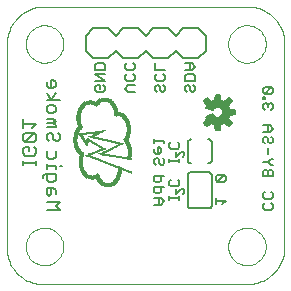
<source format=gbo>
G75*
G70*
%OFA0B0*%
%FSLAX24Y24*%
%IPPOS*%
%LPD*%
%AMOC8*
5,1,8,0,0,1.08239X$1,22.5*
%
%ADD10C,0.0060*%
%ADD11C,0.0000*%
%ADD12C,0.0080*%
%ADD13C,0.0050*%
%ADD14R,0.0005X0.0110*%
%ADD15R,0.0005X0.0210*%
%ADD16R,0.0005X0.0280*%
%ADD17R,0.0005X0.0325*%
%ADD18R,0.0005X0.0365*%
%ADD19R,0.0005X0.0410*%
%ADD20R,0.0005X0.0440*%
%ADD21R,0.0005X0.0470*%
%ADD22R,0.0005X0.0505*%
%ADD23R,0.0005X0.0530*%
%ADD24R,0.0005X0.0555*%
%ADD25R,0.0005X0.0580*%
%ADD26R,0.0005X0.0600*%
%ADD27R,0.0005X0.0625*%
%ADD28R,0.0005X0.0645*%
%ADD29R,0.0005X0.0665*%
%ADD30R,0.0005X0.0685*%
%ADD31R,0.0005X0.0705*%
%ADD32R,0.0005X0.0715*%
%ADD33R,0.0005X0.0735*%
%ADD34R,0.0005X0.0755*%
%ADD35R,0.0005X0.0090*%
%ADD36R,0.0005X0.0770*%
%ADD37R,0.0005X0.0190*%
%ADD38R,0.0005X0.0355*%
%ADD39R,0.0005X0.0360*%
%ADD40R,0.0005X0.0260*%
%ADD41R,0.0005X0.0315*%
%ADD42R,0.0005X0.0320*%
%ADD43R,0.0005X0.0295*%
%ADD44R,0.0005X0.0275*%
%ADD45R,0.0005X0.0400*%
%ADD46R,0.0005X0.0265*%
%ADD47R,0.0005X0.0435*%
%ADD48R,0.0005X0.0255*%
%ADD49R,0.0005X0.0465*%
%ADD50R,0.0005X0.0245*%
%ADD51R,0.0005X0.0495*%
%ADD52R,0.0005X0.0235*%
%ADD53R,0.0005X0.0525*%
%ADD54R,0.0005X0.0230*%
%ADD55R,0.0005X0.0240*%
%ADD56R,0.0005X0.0545*%
%ADD57R,0.0005X0.0820*%
%ADD58R,0.0005X0.0220*%
%ADD59R,0.0005X0.0025*%
%ADD60R,0.0005X0.0795*%
%ADD61R,0.0005X0.0215*%
%ADD62R,0.0005X0.0035*%
%ADD63R,0.0005X0.0040*%
%ADD64R,0.0005X0.0800*%
%ADD65R,0.0005X0.0205*%
%ADD66R,0.0005X0.0050*%
%ADD67R,0.0005X0.0805*%
%ADD68R,0.0005X0.0165*%
%ADD69R,0.0005X0.0055*%
%ADD70R,0.0005X0.0200*%
%ADD71R,0.0005X0.0060*%
%ADD72R,0.0005X0.0300*%
%ADD73R,0.0005X0.0195*%
%ADD74R,0.0005X0.0065*%
%ADD75R,0.0005X0.0345*%
%ADD76R,0.0005X0.0070*%
%ADD77R,0.0005X0.0385*%
%ADD78R,0.0005X0.0080*%
%ADD79R,0.0005X0.0425*%
%ADD80R,0.0005X0.0185*%
%ADD81R,0.0005X0.0085*%
%ADD82R,0.0005X0.0635*%
%ADD83R,0.0005X0.0810*%
%ADD84R,0.0005X0.0095*%
%ADD85R,0.0005X0.0335*%
%ADD86R,0.0005X0.0655*%
%ADD87R,0.0005X0.0105*%
%ADD88R,0.0005X0.0290*%
%ADD89R,0.0005X0.0660*%
%ADD90R,0.0005X0.0115*%
%ADD91R,0.0005X0.0285*%
%ADD92R,0.0005X0.0120*%
%ADD93R,0.0005X0.0270*%
%ADD94R,0.0005X0.0675*%
%ADD95R,0.0005X0.0130*%
%ADD96R,0.0005X0.0680*%
%ADD97R,0.0005X0.0135*%
%ADD98R,0.0005X0.0250*%
%ADD99R,0.0005X0.0140*%
%ADD100R,0.0005X0.0180*%
%ADD101R,0.0005X0.0695*%
%ADD102R,0.0005X0.0150*%
%ADD103R,0.0005X0.0160*%
%ADD104R,0.0005X0.0155*%
%ADD105R,0.0005X0.0145*%
%ADD106R,0.0005X0.0700*%
%ADD107R,0.0005X0.0225*%
%ADD108R,0.0005X0.0170*%
%ADD109R,0.0005X0.0100*%
%ADD110R,0.0005X0.0075*%
%ADD111R,0.0005X0.0720*%
%ADD112R,0.0005X0.0725*%
%ADD113R,0.0005X0.0340*%
%ADD114R,0.0005X0.0305*%
%ADD115R,0.0005X0.0175*%
%ADD116R,0.0005X0.0005*%
%ADD117R,0.0005X0.0010*%
%ADD118R,0.0005X0.0015*%
%ADD119R,0.0005X0.0020*%
%ADD120R,0.0005X0.0030*%
%ADD121R,0.0005X0.0125*%
%ADD122R,0.0005X0.0045*%
%ADD123R,0.0005X0.0370*%
%ADD124R,0.0005X0.0375*%
%ADD125R,0.0005X0.0350*%
%ADD126R,0.0005X0.0330*%
%ADD127R,0.0005X0.0485*%
%ADD128R,0.0005X0.0480*%
%ADD129R,0.0005X0.0460*%
%ADD130R,0.0005X0.0445*%
%ADD131R,0.0005X0.0310*%
%ADD132R,0.0005X0.0380*%
%ADD133R,0.0005X0.0415*%
%ADD134R,0.0005X0.0450*%
%ADD135R,0.0005X0.0490*%
%ADD136R,0.0005X0.0965*%
%ADD137R,0.0005X0.0975*%
%ADD138R,0.0005X0.0980*%
%ADD139R,0.0005X0.0990*%
%ADD140R,0.0005X0.1005*%
%ADD141R,0.0005X0.0615*%
%ADD142R,0.0005X0.0640*%
%ADD143R,0.0005X0.0605*%
%ADD144R,0.0005X0.0620*%
%ADD145R,0.0005X0.0590*%
%ADD146R,0.0005X0.0570*%
%ADD147R,0.0005X0.0540*%
%ADD148R,0.0005X0.0515*%
%ADD149R,0.0005X0.0565*%
%ADD150R,0.0005X0.0535*%
%ADD151R,0.0005X0.0395*%
%ADD152R,0.0005X0.0520*%
%ADD153R,0.0005X0.0500*%
%ADD154R,0.0005X0.0430*%
%ADD155C,0.0059*%
D10*
X005440Y003185D02*
X005667Y003185D01*
X005780Y003298D01*
X005667Y003412D01*
X005440Y003412D01*
X005497Y003553D02*
X005440Y003610D01*
X005440Y003780D01*
X005780Y003780D01*
X005940Y003847D02*
X005940Y003960D01*
X005997Y004017D01*
X005940Y003847D02*
X005997Y003790D01*
X006224Y003790D01*
X006280Y003847D01*
X006280Y003960D01*
X006224Y004017D01*
X006560Y004160D02*
X006560Y003160D01*
X006562Y003143D01*
X006566Y003126D01*
X006573Y003110D01*
X006583Y003096D01*
X006596Y003083D01*
X006610Y003073D01*
X006626Y003066D01*
X006643Y003062D01*
X006660Y003060D01*
X007260Y003060D01*
X007277Y003062D01*
X007294Y003066D01*
X007310Y003073D01*
X007324Y003083D01*
X007337Y003096D01*
X007347Y003110D01*
X007354Y003126D01*
X007358Y003143D01*
X007360Y003160D01*
X007360Y004160D01*
X007358Y004177D01*
X007354Y004194D01*
X007347Y004210D01*
X007337Y004224D01*
X007324Y004237D01*
X007310Y004247D01*
X007294Y004254D01*
X007277Y004258D01*
X007260Y004260D01*
X006660Y004260D01*
X006643Y004258D01*
X006626Y004254D01*
X006610Y004247D01*
X006596Y004237D01*
X006583Y004224D01*
X006573Y004210D01*
X006566Y004194D01*
X006562Y004177D01*
X006560Y004160D01*
X006280Y004590D02*
X006280Y004703D01*
X006280Y004647D02*
X005940Y004647D01*
X005940Y004703D02*
X005940Y004590D01*
X005780Y004565D02*
X005780Y004678D01*
X005724Y004735D01*
X005610Y004678D02*
X005610Y004565D01*
X005667Y004508D01*
X005724Y004508D01*
X005780Y004565D01*
X005610Y004678D02*
X005553Y004735D01*
X005497Y004735D01*
X005440Y004678D01*
X005440Y004565D01*
X005497Y004508D01*
X005440Y004149D02*
X005440Y003978D01*
X005497Y003922D01*
X005610Y003922D01*
X005667Y003978D01*
X005667Y004149D01*
X005780Y004149D02*
X005440Y004149D01*
X005667Y003780D02*
X005667Y003610D01*
X005610Y003553D01*
X005497Y003553D01*
X005610Y003412D02*
X005610Y003185D01*
X005940Y003340D02*
X005940Y003453D01*
X005940Y003397D02*
X006280Y003397D01*
X006280Y003453D02*
X006280Y003340D01*
X007490Y003303D02*
X007830Y003303D01*
X007717Y003190D01*
X007490Y003190D02*
X007490Y003417D01*
X007547Y003940D02*
X007490Y003997D01*
X007490Y004110D01*
X007547Y004167D01*
X007774Y004167D01*
X007547Y003940D01*
X007774Y003940D01*
X007830Y003997D01*
X007830Y004110D01*
X007774Y004167D01*
X009065Y004120D02*
X009065Y004290D01*
X009122Y004347D01*
X009178Y004347D01*
X009235Y004290D01*
X009235Y004120D01*
X009065Y004120D02*
X009405Y004120D01*
X009405Y004290D01*
X009349Y004347D01*
X009292Y004347D01*
X009235Y004290D01*
X009349Y004488D02*
X009235Y004602D01*
X009065Y004602D01*
X009235Y004602D02*
X009349Y004715D01*
X009405Y004715D01*
X009235Y004857D02*
X009235Y005083D01*
X009292Y005225D02*
X009235Y005282D01*
X009235Y005395D01*
X009178Y005452D01*
X009122Y005452D01*
X009065Y005395D01*
X009065Y005282D01*
X009122Y005225D01*
X009292Y005225D02*
X009349Y005225D01*
X009405Y005282D01*
X009405Y005395D01*
X009349Y005452D01*
X009292Y005593D02*
X009405Y005707D01*
X009292Y005820D01*
X009065Y005820D01*
X009235Y005820D02*
X009235Y005593D01*
X009292Y005593D02*
X009065Y005593D01*
X009122Y006330D02*
X009065Y006387D01*
X009065Y006500D01*
X009122Y006557D01*
X009178Y006557D01*
X009235Y006500D01*
X009235Y006443D01*
X009235Y006500D02*
X009292Y006557D01*
X009349Y006557D01*
X009405Y006500D01*
X009405Y006387D01*
X009349Y006330D01*
X009122Y006698D02*
X009065Y006698D01*
X009065Y006755D01*
X009122Y006755D01*
X009122Y006698D01*
X009122Y006882D02*
X009349Y007109D01*
X009122Y007109D01*
X009065Y007052D01*
X009065Y006939D01*
X009122Y006882D01*
X009349Y006882D01*
X009405Y006939D01*
X009405Y007052D01*
X009349Y007109D01*
X006805Y007105D02*
X006805Y006992D01*
X006749Y006935D01*
X006692Y006935D01*
X006635Y006992D01*
X006635Y007105D01*
X006578Y007162D01*
X006522Y007162D01*
X006465Y007105D01*
X006465Y006992D01*
X006522Y006935D01*
X006749Y007162D02*
X006805Y007105D01*
X006805Y007303D02*
X006805Y007474D01*
X006749Y007530D01*
X006522Y007530D01*
X006465Y007474D01*
X006465Y007303D01*
X006805Y007303D01*
X006692Y007672D02*
X006465Y007672D01*
X006635Y007672D02*
X006635Y007899D01*
X006692Y007899D02*
X006465Y007899D01*
X006692Y007899D02*
X006805Y007785D01*
X006692Y007672D01*
X005805Y007672D02*
X005465Y007672D01*
X005465Y007899D01*
X005522Y007530D02*
X005465Y007474D01*
X005465Y007360D01*
X005522Y007303D01*
X005749Y007303D01*
X005805Y007360D01*
X005805Y007474D01*
X005749Y007530D01*
X005749Y007162D02*
X005805Y007105D01*
X005805Y006992D01*
X005749Y006935D01*
X005692Y006935D01*
X005635Y006992D01*
X005635Y007105D01*
X005578Y007162D01*
X005522Y007162D01*
X005465Y007105D01*
X005465Y006992D01*
X005522Y006935D01*
X004805Y006935D02*
X004578Y006935D01*
X004465Y007048D01*
X004578Y007162D01*
X004805Y007162D01*
X004749Y007303D02*
X004522Y007303D01*
X004465Y007360D01*
X004465Y007474D01*
X004522Y007530D01*
X004522Y007672D02*
X004465Y007728D01*
X004465Y007842D01*
X004522Y007899D01*
X004522Y007672D02*
X004749Y007672D01*
X004805Y007728D01*
X004805Y007842D01*
X004749Y007899D01*
X004749Y007530D02*
X004805Y007474D01*
X004805Y007360D01*
X004749Y007303D01*
X003805Y007303D02*
X003465Y007530D01*
X003805Y007530D01*
X003805Y007672D02*
X003805Y007842D01*
X003749Y007899D01*
X003522Y007899D01*
X003465Y007842D01*
X003465Y007672D01*
X003805Y007672D01*
X003805Y007303D02*
X003465Y007303D01*
X003522Y007162D02*
X003635Y007162D01*
X003635Y007048D01*
X003522Y006935D02*
X003465Y006992D01*
X003465Y007105D01*
X003522Y007162D01*
X003749Y007162D02*
X003805Y007105D01*
X003805Y006992D01*
X003749Y006935D01*
X003522Y006935D01*
X005440Y005358D02*
X005440Y005244D01*
X005440Y005301D02*
X005780Y005301D01*
X005780Y005244D01*
X005940Y005210D02*
X005940Y005097D01*
X005997Y005040D01*
X006224Y005040D01*
X006280Y005097D01*
X006280Y005210D01*
X006224Y005267D01*
X005997Y005267D02*
X005940Y005210D01*
X005667Y005046D02*
X005667Y004933D01*
X005610Y004876D01*
X005497Y004876D01*
X005440Y004933D01*
X005440Y005046D01*
X005553Y005103D02*
X005553Y004876D01*
X005667Y005046D02*
X005610Y005103D01*
X005553Y005103D01*
X009065Y003553D02*
X009065Y003440D01*
X009122Y003383D01*
X009349Y003383D01*
X009405Y003440D01*
X009405Y003553D01*
X009349Y003610D01*
X009122Y003610D02*
X009065Y003553D01*
X009122Y003242D02*
X009065Y003185D01*
X009065Y003072D01*
X009122Y003015D01*
X009349Y003015D01*
X009405Y003072D01*
X009405Y003185D01*
X009349Y003242D01*
X009349Y004488D02*
X009405Y004488D01*
D11*
X001785Y000536D02*
X001719Y000534D01*
X001653Y000536D01*
X001587Y000542D01*
X001521Y000551D01*
X001456Y000564D01*
X001391Y000581D01*
X001328Y000601D01*
X001266Y000625D01*
X001206Y000652D01*
X001147Y000683D01*
X001089Y000717D01*
X001034Y000754D01*
X000981Y000794D01*
X000931Y000837D01*
X000882Y000882D01*
X000837Y000931D01*
X000794Y000981D01*
X000754Y001034D01*
X000717Y001089D01*
X000683Y001147D01*
X000652Y001206D01*
X000625Y001266D01*
X000601Y001328D01*
X000581Y001391D01*
X000564Y001456D01*
X000551Y001521D01*
X000542Y001587D01*
X000536Y001653D01*
X000534Y001719D01*
X000536Y001785D01*
X000535Y001785D02*
X000535Y008535D01*
X001160Y008535D02*
X001162Y008585D01*
X001168Y008634D01*
X001178Y008683D01*
X001191Y008730D01*
X001209Y008777D01*
X001230Y008822D01*
X001254Y008865D01*
X001282Y008906D01*
X001313Y008945D01*
X001347Y008981D01*
X001384Y009015D01*
X001424Y009045D01*
X001465Y009072D01*
X001509Y009096D01*
X001554Y009116D01*
X001601Y009132D01*
X001649Y009145D01*
X001698Y009154D01*
X001748Y009159D01*
X001797Y009160D01*
X001847Y009157D01*
X001896Y009150D01*
X001945Y009139D01*
X001992Y009125D01*
X002038Y009106D01*
X002083Y009084D01*
X002126Y009059D01*
X002166Y009030D01*
X002204Y008998D01*
X002240Y008964D01*
X002273Y008926D01*
X002302Y008886D01*
X002328Y008844D01*
X002351Y008800D01*
X002370Y008754D01*
X002386Y008707D01*
X002398Y008658D01*
X002406Y008609D01*
X002410Y008560D01*
X002410Y008510D01*
X002406Y008461D01*
X002398Y008412D01*
X002386Y008363D01*
X002370Y008316D01*
X002351Y008270D01*
X002328Y008226D01*
X002302Y008184D01*
X002273Y008144D01*
X002240Y008106D01*
X002204Y008072D01*
X002166Y008040D01*
X002126Y008011D01*
X002083Y007986D01*
X002038Y007964D01*
X001992Y007945D01*
X001945Y007931D01*
X001896Y007920D01*
X001847Y007913D01*
X001797Y007910D01*
X001748Y007911D01*
X001698Y007916D01*
X001649Y007925D01*
X001601Y007938D01*
X001554Y007954D01*
X001509Y007974D01*
X001465Y007998D01*
X001424Y008025D01*
X001384Y008055D01*
X001347Y008089D01*
X001313Y008125D01*
X001282Y008164D01*
X001254Y008205D01*
X001230Y008248D01*
X001209Y008293D01*
X001191Y008340D01*
X001178Y008387D01*
X001168Y008436D01*
X001162Y008485D01*
X001160Y008535D01*
X000535Y008535D02*
X000537Y008603D01*
X000542Y008670D01*
X000551Y008737D01*
X000564Y008804D01*
X000581Y008869D01*
X000600Y008934D01*
X000624Y008998D01*
X000651Y009060D01*
X000681Y009121D01*
X000714Y009179D01*
X000750Y009236D01*
X000790Y009291D01*
X000832Y009344D01*
X000878Y009395D01*
X000925Y009442D01*
X000976Y009488D01*
X001029Y009530D01*
X001084Y009570D01*
X001141Y009606D01*
X001199Y009639D01*
X001260Y009669D01*
X001322Y009696D01*
X001386Y009720D01*
X001451Y009739D01*
X001516Y009756D01*
X001583Y009769D01*
X001650Y009778D01*
X001717Y009783D01*
X001785Y009785D01*
X008535Y009785D01*
X008603Y009783D01*
X008670Y009778D01*
X008737Y009769D01*
X008804Y009756D01*
X008869Y009739D01*
X008934Y009720D01*
X008998Y009696D01*
X009060Y009669D01*
X009121Y009639D01*
X009179Y009606D01*
X009236Y009570D01*
X009291Y009530D01*
X009344Y009488D01*
X009395Y009442D01*
X009442Y009395D01*
X009488Y009344D01*
X009530Y009291D01*
X009570Y009236D01*
X009606Y009179D01*
X009639Y009121D01*
X009669Y009060D01*
X009696Y008998D01*
X009720Y008934D01*
X009739Y008869D01*
X009756Y008804D01*
X009769Y008737D01*
X009778Y008670D01*
X009783Y008603D01*
X009785Y008535D01*
X009785Y001785D01*
X009783Y001717D01*
X009778Y001650D01*
X009769Y001583D01*
X009756Y001516D01*
X009739Y001451D01*
X009720Y001386D01*
X009696Y001322D01*
X009669Y001260D01*
X009639Y001199D01*
X009606Y001141D01*
X009570Y001084D01*
X009530Y001029D01*
X009488Y000976D01*
X009442Y000925D01*
X009395Y000878D01*
X009344Y000832D01*
X009291Y000790D01*
X009236Y000750D01*
X009179Y000714D01*
X009121Y000681D01*
X009060Y000651D01*
X008998Y000624D01*
X008934Y000600D01*
X008869Y000581D01*
X008804Y000564D01*
X008737Y000551D01*
X008670Y000542D01*
X008603Y000537D01*
X008535Y000535D01*
X001785Y000535D01*
X001160Y001785D02*
X001162Y001835D01*
X001168Y001884D01*
X001178Y001933D01*
X001191Y001980D01*
X001209Y002027D01*
X001230Y002072D01*
X001254Y002115D01*
X001282Y002156D01*
X001313Y002195D01*
X001347Y002231D01*
X001384Y002265D01*
X001424Y002295D01*
X001465Y002322D01*
X001509Y002346D01*
X001554Y002366D01*
X001601Y002382D01*
X001649Y002395D01*
X001698Y002404D01*
X001748Y002409D01*
X001797Y002410D01*
X001847Y002407D01*
X001896Y002400D01*
X001945Y002389D01*
X001992Y002375D01*
X002038Y002356D01*
X002083Y002334D01*
X002126Y002309D01*
X002166Y002280D01*
X002204Y002248D01*
X002240Y002214D01*
X002273Y002176D01*
X002302Y002136D01*
X002328Y002094D01*
X002351Y002050D01*
X002370Y002004D01*
X002386Y001957D01*
X002398Y001908D01*
X002406Y001859D01*
X002410Y001810D01*
X002410Y001760D01*
X002406Y001711D01*
X002398Y001662D01*
X002386Y001613D01*
X002370Y001566D01*
X002351Y001520D01*
X002328Y001476D01*
X002302Y001434D01*
X002273Y001394D01*
X002240Y001356D01*
X002204Y001322D01*
X002166Y001290D01*
X002126Y001261D01*
X002083Y001236D01*
X002038Y001214D01*
X001992Y001195D01*
X001945Y001181D01*
X001896Y001170D01*
X001847Y001163D01*
X001797Y001160D01*
X001748Y001161D01*
X001698Y001166D01*
X001649Y001175D01*
X001601Y001188D01*
X001554Y001204D01*
X001509Y001224D01*
X001465Y001248D01*
X001424Y001275D01*
X001384Y001305D01*
X001347Y001339D01*
X001313Y001375D01*
X001282Y001414D01*
X001254Y001455D01*
X001230Y001498D01*
X001209Y001543D01*
X001191Y001590D01*
X001178Y001637D01*
X001168Y001686D01*
X001162Y001735D01*
X001160Y001785D01*
X007910Y001785D02*
X007912Y001835D01*
X007918Y001884D01*
X007928Y001933D01*
X007941Y001980D01*
X007959Y002027D01*
X007980Y002072D01*
X008004Y002115D01*
X008032Y002156D01*
X008063Y002195D01*
X008097Y002231D01*
X008134Y002265D01*
X008174Y002295D01*
X008215Y002322D01*
X008259Y002346D01*
X008304Y002366D01*
X008351Y002382D01*
X008399Y002395D01*
X008448Y002404D01*
X008498Y002409D01*
X008547Y002410D01*
X008597Y002407D01*
X008646Y002400D01*
X008695Y002389D01*
X008742Y002375D01*
X008788Y002356D01*
X008833Y002334D01*
X008876Y002309D01*
X008916Y002280D01*
X008954Y002248D01*
X008990Y002214D01*
X009023Y002176D01*
X009052Y002136D01*
X009078Y002094D01*
X009101Y002050D01*
X009120Y002004D01*
X009136Y001957D01*
X009148Y001908D01*
X009156Y001859D01*
X009160Y001810D01*
X009160Y001760D01*
X009156Y001711D01*
X009148Y001662D01*
X009136Y001613D01*
X009120Y001566D01*
X009101Y001520D01*
X009078Y001476D01*
X009052Y001434D01*
X009023Y001394D01*
X008990Y001356D01*
X008954Y001322D01*
X008916Y001290D01*
X008876Y001261D01*
X008833Y001236D01*
X008788Y001214D01*
X008742Y001195D01*
X008695Y001181D01*
X008646Y001170D01*
X008597Y001163D01*
X008547Y001160D01*
X008498Y001161D01*
X008448Y001166D01*
X008399Y001175D01*
X008351Y001188D01*
X008304Y001204D01*
X008259Y001224D01*
X008215Y001248D01*
X008174Y001275D01*
X008134Y001305D01*
X008097Y001339D01*
X008063Y001375D01*
X008032Y001414D01*
X008004Y001455D01*
X007980Y001498D01*
X007959Y001543D01*
X007941Y001590D01*
X007928Y001637D01*
X007918Y001686D01*
X007912Y001735D01*
X007910Y001785D01*
X007910Y008535D02*
X007912Y008585D01*
X007918Y008634D01*
X007928Y008683D01*
X007941Y008730D01*
X007959Y008777D01*
X007980Y008822D01*
X008004Y008865D01*
X008032Y008906D01*
X008063Y008945D01*
X008097Y008981D01*
X008134Y009015D01*
X008174Y009045D01*
X008215Y009072D01*
X008259Y009096D01*
X008304Y009116D01*
X008351Y009132D01*
X008399Y009145D01*
X008448Y009154D01*
X008498Y009159D01*
X008547Y009160D01*
X008597Y009157D01*
X008646Y009150D01*
X008695Y009139D01*
X008742Y009125D01*
X008788Y009106D01*
X008833Y009084D01*
X008876Y009059D01*
X008916Y009030D01*
X008954Y008998D01*
X008990Y008964D01*
X009023Y008926D01*
X009052Y008886D01*
X009078Y008844D01*
X009101Y008800D01*
X009120Y008754D01*
X009136Y008707D01*
X009148Y008658D01*
X009156Y008609D01*
X009160Y008560D01*
X009160Y008510D01*
X009156Y008461D01*
X009148Y008412D01*
X009136Y008363D01*
X009120Y008316D01*
X009101Y008270D01*
X009078Y008226D01*
X009052Y008184D01*
X009023Y008144D01*
X008990Y008106D01*
X008954Y008072D01*
X008916Y008040D01*
X008876Y008011D01*
X008833Y007986D01*
X008788Y007964D01*
X008742Y007945D01*
X008695Y007931D01*
X008646Y007920D01*
X008597Y007913D01*
X008547Y007910D01*
X008498Y007911D01*
X008448Y007916D01*
X008399Y007925D01*
X008351Y007938D01*
X008304Y007954D01*
X008259Y007974D01*
X008215Y007998D01*
X008174Y008025D01*
X008134Y008055D01*
X008097Y008089D01*
X008063Y008125D01*
X008032Y008164D01*
X008004Y008205D01*
X007980Y008248D01*
X007959Y008293D01*
X007941Y008340D01*
X007928Y008387D01*
X007918Y008436D01*
X007912Y008485D01*
X007910Y008535D01*
D12*
X007160Y008310D02*
X007160Y008810D01*
X006910Y009060D01*
X006410Y009060D01*
X006160Y008810D01*
X005910Y009060D01*
X005410Y009060D01*
X005160Y008810D01*
X004910Y009060D01*
X004410Y009060D01*
X004160Y008810D01*
X003910Y009060D01*
X003410Y009060D01*
X003160Y008810D01*
X003160Y008310D01*
X003410Y008060D01*
X003910Y008060D01*
X004160Y008310D01*
X004410Y008060D01*
X004910Y008060D01*
X005160Y008310D01*
X005410Y008060D01*
X005910Y008060D01*
X006160Y008310D01*
X006410Y008060D01*
X006910Y008060D01*
X007160Y008310D01*
X007354Y005275D02*
X007354Y004645D01*
X007353Y004645D02*
X007348Y004629D01*
X007340Y004613D01*
X007330Y004599D01*
X007318Y004587D01*
X007303Y004577D01*
X007287Y004570D01*
X007270Y004566D01*
X007253Y004565D01*
X007235Y004567D01*
X006685Y004567D02*
X006665Y004565D01*
X006646Y004567D01*
X006627Y004573D01*
X006610Y004582D01*
X006594Y004594D01*
X006582Y004609D01*
X006573Y004627D01*
X006567Y004645D01*
X006566Y004645D02*
X006566Y005275D01*
X006567Y005275D02*
X006573Y005293D01*
X006582Y005311D01*
X006594Y005326D01*
X006610Y005338D01*
X006627Y005347D01*
X006646Y005353D01*
X006665Y005355D01*
X006685Y005353D01*
X007235Y005353D02*
X007253Y005355D01*
X007270Y005354D01*
X007287Y005350D01*
X007303Y005343D01*
X007318Y005333D01*
X007330Y005321D01*
X007340Y005307D01*
X007348Y005291D01*
X007353Y005275D01*
X002365Y004453D02*
X002295Y004453D01*
X002155Y004453D02*
X002155Y004383D01*
X002155Y004453D02*
X001875Y004453D01*
X001875Y004383D02*
X001875Y004523D01*
X001945Y004690D02*
X001875Y004760D01*
X001875Y004970D01*
X002155Y004970D02*
X002155Y004760D01*
X002085Y004690D01*
X001945Y004690D01*
X001495Y004652D02*
X001495Y004512D01*
X001495Y004582D02*
X001075Y004582D01*
X001075Y004512D02*
X001075Y004652D01*
X001145Y004819D02*
X001075Y004889D01*
X001075Y005029D01*
X001145Y005099D01*
X001285Y005099D01*
X001285Y004959D01*
X001425Y005099D02*
X001495Y005029D01*
X001495Y004889D01*
X001425Y004819D01*
X001145Y004819D01*
X001145Y005279D02*
X001075Y005349D01*
X001075Y005489D01*
X001145Y005559D01*
X001425Y005559D01*
X001145Y005279D01*
X001425Y005279D01*
X001495Y005349D01*
X001495Y005489D01*
X001425Y005559D01*
X001355Y005740D02*
X001495Y005880D01*
X001075Y005880D01*
X001075Y005740D02*
X001075Y006020D01*
X001875Y006040D02*
X002085Y006040D01*
X002155Y005970D01*
X002085Y005900D01*
X001875Y005900D01*
X001875Y005760D02*
X002155Y005760D01*
X002155Y005830D01*
X002085Y005900D01*
X002085Y006221D02*
X001945Y006221D01*
X001875Y006291D01*
X001875Y006431D01*
X001945Y006501D01*
X002085Y006501D01*
X002155Y006431D01*
X002155Y006291D01*
X002085Y006221D01*
X002015Y006681D02*
X002155Y006891D01*
X002085Y007065D02*
X001945Y007065D01*
X001875Y007135D01*
X001875Y007275D01*
X002015Y007345D02*
X002015Y007065D01*
X002085Y007065D02*
X002155Y007135D01*
X002155Y007275D01*
X002085Y007345D01*
X002015Y007345D01*
X001875Y006891D02*
X002015Y006681D01*
X001875Y006681D02*
X002295Y006681D01*
X002225Y005580D02*
X002295Y005510D01*
X002295Y005370D01*
X002225Y005300D01*
X002155Y005300D01*
X002085Y005370D01*
X002085Y005510D01*
X002015Y005580D01*
X001945Y005580D01*
X001875Y005510D01*
X001875Y005370D01*
X001945Y005300D01*
X001875Y004203D02*
X001875Y003992D01*
X001945Y003922D01*
X002085Y003922D01*
X002155Y003992D01*
X002155Y004203D01*
X001805Y004203D01*
X001735Y004132D01*
X001735Y004062D01*
X001875Y003742D02*
X001875Y003532D01*
X001945Y003462D01*
X002015Y003532D01*
X002015Y003742D01*
X002085Y003742D02*
X002155Y003672D01*
X002155Y003532D01*
X002085Y003742D02*
X001875Y003742D01*
X001875Y003282D02*
X002295Y003282D01*
X002155Y003142D01*
X002295Y003001D01*
X001875Y003001D01*
D13*
X006185Y003535D02*
X006352Y003702D01*
X006394Y003702D01*
X006435Y003660D01*
X006435Y003577D01*
X006394Y003535D01*
X006185Y003535D02*
X006185Y003702D01*
X006185Y004785D02*
X006352Y004952D01*
X006394Y004952D01*
X006435Y004910D01*
X006435Y004827D01*
X006394Y004785D01*
X006185Y004785D02*
X006185Y004952D01*
D14*
X004306Y005199D03*
X004301Y005199D03*
X003741Y005044D03*
X003736Y005044D03*
X003761Y004884D03*
X003766Y004884D03*
X003291Y004824D03*
X003096Y004854D03*
X003196Y005229D03*
X003186Y005244D03*
X003181Y005249D03*
X003176Y005259D03*
X003171Y005264D03*
X003166Y005274D03*
X003161Y005279D03*
X003156Y005284D03*
X003151Y005294D03*
X003146Y005299D03*
X003136Y005314D03*
X003126Y005329D03*
X003121Y005334D03*
X003111Y005349D03*
X003081Y005394D03*
X003071Y005409D03*
X003066Y005414D03*
X003061Y005419D03*
X003051Y005434D03*
X002776Y005329D03*
X003426Y005449D03*
X003581Y005569D03*
X003586Y005569D03*
X003591Y005574D03*
X003596Y005574D03*
D15*
X002946Y004969D03*
X002781Y005329D03*
X003126Y004239D03*
X003646Y003984D03*
X003651Y003979D03*
X004191Y003979D03*
X004696Y004919D03*
X004501Y005329D03*
X004231Y006234D03*
X004081Y006519D03*
X003051Y006434D03*
D16*
X002901Y005604D03*
X002786Y005329D03*
X004211Y006269D03*
X004691Y004919D03*
X004241Y004074D03*
D17*
X004686Y004921D03*
X004531Y005341D03*
X002991Y006301D03*
X002791Y005331D03*
D18*
X002796Y005331D03*
X004166Y006326D03*
D19*
X002801Y005329D03*
X004296Y004234D03*
D20*
X004286Y004224D03*
X002806Y005329D03*
D21*
X002811Y005329D03*
X004271Y004214D03*
D22*
X004656Y004931D03*
X002816Y005331D03*
D23*
X002821Y005329D03*
D24*
X002826Y005331D03*
X004636Y004956D03*
D25*
X004621Y004974D03*
X002831Y005329D03*
D26*
X002836Y005329D03*
X004611Y004984D03*
D27*
X002841Y005331D03*
D28*
X002846Y005331D03*
X002991Y004686D03*
D29*
X003006Y004656D03*
X002851Y005331D03*
D30*
X002856Y005331D03*
X003021Y004631D03*
D31*
X003041Y004601D03*
X002861Y005331D03*
D32*
X002866Y005331D03*
X003046Y004596D03*
X003051Y004591D03*
D33*
X002871Y005331D03*
D34*
X002876Y005331D03*
D35*
X002986Y005514D03*
X003401Y005449D03*
X003631Y005584D03*
X003641Y005589D03*
X003646Y005589D03*
X003761Y005044D03*
X003736Y004879D03*
X003266Y004824D03*
X003101Y004859D03*
X002876Y006064D03*
X004331Y005204D03*
D36*
X002881Y005329D03*
D37*
X003211Y005249D03*
X002881Y006064D03*
X003536Y006539D03*
X003541Y006544D03*
X003551Y006549D03*
X003556Y006554D03*
X003561Y006559D03*
X003566Y006564D03*
X004041Y006569D03*
X004046Y006564D03*
X004051Y006559D03*
X004236Y006224D03*
X004456Y006099D03*
X004461Y006094D03*
X004466Y006089D03*
X003156Y004199D03*
X003161Y004194D03*
X003551Y004109D03*
X003676Y003949D03*
X003681Y003944D03*
X004161Y003944D03*
X004166Y003949D03*
D38*
X002886Y005116D03*
X002896Y006066D03*
X004176Y006311D03*
D39*
X004171Y006319D03*
X004141Y006369D03*
X004591Y005134D03*
X004316Y004254D03*
X004256Y004134D03*
X002886Y005544D03*
D40*
X002886Y006064D03*
X003011Y006364D03*
X004216Y006259D03*
X004536Y005979D03*
X004516Y005334D03*
X003086Y004309D03*
D41*
X002891Y005086D03*
X002891Y005576D03*
X004586Y005166D03*
D42*
X004196Y006289D03*
X004136Y006399D03*
X002891Y006064D03*
X004251Y004109D03*
D43*
X004246Y004091D03*
X002896Y005071D03*
X002896Y005591D03*
X004206Y006276D03*
X004131Y006416D03*
D44*
X003236Y005256D03*
X002901Y005056D03*
X003066Y004801D03*
X003081Y004326D03*
X004341Y004286D03*
D45*
X004301Y004239D03*
X002901Y006064D03*
D46*
X003001Y005801D03*
X002906Y005621D03*
X003226Y005266D03*
X002906Y005041D03*
X004236Y004061D03*
X004121Y006446D03*
D47*
X002906Y006066D03*
D48*
X002911Y005631D03*
X003221Y005266D03*
X002911Y005031D03*
X003091Y004301D03*
X004231Y004051D03*
X004116Y006456D03*
D49*
X002911Y006066D03*
X004671Y004906D03*
D50*
X003616Y004036D03*
X003591Y004071D03*
X003586Y004076D03*
X003096Y004291D03*
X002916Y005021D03*
X002916Y005641D03*
X004111Y006466D03*
X004526Y006001D03*
D51*
X002916Y006066D03*
D52*
X002921Y005651D03*
X002921Y005011D03*
X002961Y004606D03*
X003106Y004271D03*
X003576Y004086D03*
X003581Y004081D03*
X004216Y004021D03*
X004521Y006011D03*
X004101Y006486D03*
D53*
X002921Y006066D03*
D54*
X003026Y006394D03*
X003031Y006404D03*
X004096Y006494D03*
X004226Y006244D03*
X004516Y006019D03*
X002926Y005004D03*
X002931Y004994D03*
X003626Y004019D03*
X003631Y004009D03*
X004211Y004009D03*
D55*
X004221Y004029D03*
X003621Y004029D03*
X003101Y004279D03*
X003241Y005269D03*
X002926Y005659D03*
X003006Y005794D03*
X003021Y006384D03*
X004106Y006479D03*
X004511Y005334D03*
D56*
X004641Y004951D03*
X002926Y006066D03*
D57*
X002931Y005944D03*
D58*
X003041Y006419D03*
X004091Y006504D03*
X004506Y006034D03*
X004511Y006029D03*
X002936Y004984D03*
X003116Y004254D03*
X004201Y003994D03*
D59*
X003651Y004861D03*
X003646Y004861D03*
X003826Y005036D03*
X004416Y005216D03*
X004421Y005216D03*
X003801Y005636D03*
X003796Y005636D03*
X003301Y005436D03*
X003296Y005436D03*
X002936Y005541D03*
X003196Y004816D03*
D60*
X002936Y005966D03*
X002941Y005976D03*
D61*
X003011Y005786D03*
X003246Y005281D03*
X002941Y004976D03*
X003121Y004246D03*
X003566Y004096D03*
X003641Y003991D03*
X004196Y003986D03*
X004501Y006041D03*
X004086Y006511D03*
X003046Y006426D03*
D62*
X003766Y005626D03*
X003776Y005631D03*
X003781Y005631D03*
X003816Y005036D03*
X003821Y005036D03*
X003661Y004861D03*
X003111Y004861D03*
X002941Y005536D03*
X004401Y005211D03*
D63*
X004396Y005214D03*
X003811Y005039D03*
X003671Y004864D03*
X003666Y004864D03*
X003216Y004819D03*
X003211Y004819D03*
X003321Y005439D03*
X003326Y005439D03*
X003056Y005764D03*
X002946Y005534D03*
X003756Y005624D03*
X003761Y005624D03*
X003771Y005629D03*
D64*
X002961Y006014D03*
X002956Y006004D03*
X002946Y005984D03*
D65*
X003056Y006441D03*
X003061Y006446D03*
X004076Y006526D03*
X004491Y006056D03*
X004496Y006051D03*
X002956Y004956D03*
X002951Y004961D03*
X003131Y004231D03*
X003561Y004101D03*
X003656Y003971D03*
X004186Y003971D03*
D66*
X003686Y004869D03*
X003801Y005039D03*
X003231Y004819D03*
X003226Y004819D03*
X003221Y004819D03*
X002951Y005534D03*
X003736Y005619D03*
X003741Y005619D03*
X004381Y005209D03*
D67*
X002976Y006036D03*
X002971Y006031D03*
X002966Y006021D03*
X002951Y005996D03*
X002981Y006046D03*
D68*
X003141Y006526D03*
X003146Y006531D03*
X003151Y006531D03*
X003156Y006536D03*
X003481Y006541D03*
X003491Y006536D03*
X003496Y006531D03*
X003501Y006531D03*
X003511Y006526D03*
X003516Y006526D03*
X003636Y006626D03*
X003641Y006631D03*
X003651Y006636D03*
X003966Y006631D03*
X003976Y006626D03*
X003981Y006621D03*
X004241Y006211D03*
X004386Y006156D03*
X004391Y006151D03*
X004396Y006151D03*
X004401Y006146D03*
X004406Y006141D03*
X003036Y005481D03*
X002956Y004606D03*
X003221Y004141D03*
X003226Y004136D03*
X003231Y004136D03*
X003236Y004131D03*
X003246Y004126D03*
X003541Y004116D03*
X003736Y003891D03*
X003746Y003886D03*
X003751Y003881D03*
X003756Y003876D03*
X003766Y003871D03*
X004076Y003871D03*
X004086Y003876D03*
X004091Y003881D03*
X004096Y003886D03*
X004106Y003891D03*
D69*
X004416Y004746D03*
X004386Y004751D03*
X004446Y004741D03*
X004476Y004736D03*
X004501Y004731D03*
X004506Y004731D03*
X004531Y004726D03*
X004536Y004726D03*
X004561Y004721D03*
X004566Y004721D03*
X004686Y004701D03*
X004691Y004701D03*
X004376Y005211D03*
X003796Y005041D03*
X003691Y004866D03*
X003346Y005441D03*
X003341Y005441D03*
X002956Y005531D03*
X003716Y005611D03*
X003721Y005611D03*
X003726Y005616D03*
X003731Y005616D03*
D70*
X003016Y005784D03*
X003066Y006454D03*
X004066Y006539D03*
X004071Y006534D03*
X004486Y006064D03*
X004591Y004789D03*
X004356Y004319D03*
X004181Y003964D03*
X004176Y003959D03*
X003666Y003959D03*
X003661Y003964D03*
X003556Y004104D03*
X003141Y004219D03*
X003136Y004224D03*
X003076Y004829D03*
X002961Y004949D03*
D71*
X003236Y004819D03*
X003241Y004819D03*
X003346Y004779D03*
X003371Y004769D03*
X003396Y004759D03*
X003421Y004749D03*
X003486Y004724D03*
X003511Y004714D03*
X003536Y004704D03*
X003561Y004694D03*
X003626Y004669D03*
X003651Y004659D03*
X003676Y004649D03*
X003701Y004639D03*
X003766Y004614D03*
X003791Y004604D03*
X003816Y004594D03*
X003841Y004584D03*
X003931Y004549D03*
X003956Y004539D03*
X003981Y004529D03*
X004006Y004519D03*
X004071Y004494D03*
X004096Y004484D03*
X004121Y004474D03*
X004146Y004464D03*
X004171Y004454D03*
X004196Y004444D03*
X004211Y004439D03*
X004236Y004429D03*
X004421Y004744D03*
X004426Y004744D03*
X004431Y004744D03*
X004436Y004744D03*
X004441Y004744D03*
X004451Y004739D03*
X004456Y004739D03*
X004461Y004739D03*
X004466Y004739D03*
X004471Y004739D03*
X004481Y004734D03*
X004486Y004734D03*
X004491Y004734D03*
X004496Y004734D03*
X004511Y004729D03*
X004516Y004729D03*
X004521Y004729D03*
X004526Y004729D03*
X004541Y004724D03*
X004546Y004724D03*
X004551Y004724D03*
X004556Y004724D03*
X004696Y004699D03*
X004701Y004699D03*
X004411Y004749D03*
X004406Y004749D03*
X004401Y004749D03*
X004396Y004749D03*
X004391Y004749D03*
X004381Y004754D03*
X004376Y004754D03*
X004371Y004754D03*
X004366Y004754D03*
X004361Y004754D03*
X004356Y004759D03*
X004351Y004759D03*
X004346Y004759D03*
X004341Y004759D03*
X004336Y004759D03*
X004331Y004759D03*
X004326Y004764D03*
X004321Y004764D03*
X004316Y004764D03*
X004311Y004764D03*
X004306Y004764D03*
X004301Y004764D03*
X004296Y004769D03*
X004291Y004769D03*
X004286Y004769D03*
X004281Y004769D03*
X004276Y004769D03*
X004271Y004769D03*
X004261Y004774D03*
X004256Y004774D03*
X004251Y004774D03*
X004246Y004774D03*
X004241Y004774D03*
X004231Y004779D03*
X004226Y004779D03*
X004221Y004779D03*
X004216Y004779D03*
X004206Y004784D03*
X004201Y004784D03*
X004196Y004784D03*
X004191Y004784D03*
X004186Y004784D03*
X004176Y004789D03*
X004171Y004789D03*
X004166Y004789D03*
X004161Y004789D03*
X004156Y004789D03*
X004146Y004794D03*
X004141Y004794D03*
X004136Y004794D03*
X004131Y004794D03*
X004126Y004794D03*
X004116Y004799D03*
X004111Y004799D03*
X004106Y004799D03*
X004101Y004799D03*
X004091Y004804D03*
X004086Y004804D03*
X004081Y004804D03*
X004076Y004804D03*
X004071Y004804D03*
X004061Y004809D03*
X004056Y004809D03*
X004051Y004809D03*
X004046Y004809D03*
X004041Y004809D03*
X004031Y004814D03*
X004026Y004814D03*
X004021Y004814D03*
X004016Y004814D03*
X004011Y004814D03*
X004001Y004819D03*
X003996Y004819D03*
X003991Y004819D03*
X003986Y004819D03*
X003981Y004819D03*
X003971Y004824D03*
X003966Y004824D03*
X003961Y004824D03*
X003956Y004824D03*
X003946Y004829D03*
X003941Y004829D03*
X003936Y004829D03*
X003931Y004829D03*
X003926Y004829D03*
X003916Y004834D03*
X003911Y004834D03*
X003906Y004834D03*
X003901Y004834D03*
X003896Y004834D03*
X003886Y004839D03*
X003881Y004839D03*
X003876Y004839D03*
X003871Y004839D03*
X003866Y004839D03*
X003856Y004844D03*
X003851Y004844D03*
X003846Y004844D03*
X003841Y004844D03*
X003831Y004849D03*
X003826Y004849D03*
X003821Y004849D03*
X003816Y004849D03*
X003811Y004849D03*
X003696Y004869D03*
X003656Y004989D03*
X003631Y004979D03*
X003606Y004969D03*
X003681Y004999D03*
X003791Y005039D03*
X003866Y005324D03*
X003846Y005329D03*
X003826Y005334D03*
X003801Y005339D03*
X003781Y005344D03*
X003761Y005349D03*
X003736Y005354D03*
X003716Y005359D03*
X003696Y005364D03*
X003671Y005369D03*
X003651Y005374D03*
X003631Y005379D03*
X003606Y005384D03*
X003586Y005389D03*
X003566Y005394D03*
X003541Y005399D03*
X003526Y005404D03*
X003521Y005404D03*
X003511Y005409D03*
X003506Y005409D03*
X003501Y005409D03*
X003486Y005414D03*
X003481Y005414D03*
X003476Y005414D03*
X003466Y005419D03*
X003461Y005419D03*
X003356Y005444D03*
X003351Y005444D03*
X003316Y005564D03*
X003311Y005564D03*
X003306Y005564D03*
X003301Y005564D03*
X003291Y005559D03*
X003286Y005559D03*
X003281Y005559D03*
X003276Y005559D03*
X003271Y005559D03*
X003266Y005559D03*
X003261Y005559D03*
X003256Y005559D03*
X003251Y005559D03*
X003246Y005554D03*
X003241Y005554D03*
X003236Y005554D03*
X003231Y005554D03*
X003226Y005554D03*
X003221Y005554D03*
X003216Y005554D03*
X003211Y005554D03*
X003206Y005554D03*
X003201Y005554D03*
X003196Y005549D03*
X003191Y005549D03*
X003186Y005549D03*
X003181Y005549D03*
X003176Y005549D03*
X003171Y005549D03*
X003166Y005549D03*
X003161Y005549D03*
X003156Y005549D03*
X003151Y005549D03*
X003146Y005544D03*
X003141Y005544D03*
X003136Y005544D03*
X003131Y005544D03*
X003126Y005544D03*
X003121Y005544D03*
X003116Y005544D03*
X003111Y005544D03*
X003106Y005544D03*
X003101Y005544D03*
X003096Y005539D03*
X003091Y005539D03*
X003086Y005539D03*
X003081Y005539D03*
X003076Y005539D03*
X003071Y005539D03*
X003066Y005539D03*
X003061Y005539D03*
X003056Y005539D03*
X003051Y005539D03*
X003046Y005534D03*
X002961Y005529D03*
X003351Y005569D03*
X003356Y005569D03*
X003361Y005569D03*
X003401Y005574D03*
X003406Y005574D03*
X003431Y005579D03*
X003436Y005579D03*
X003441Y005579D03*
X003446Y005579D03*
X003451Y005579D03*
X003461Y005584D03*
X003466Y005584D03*
X003471Y005584D03*
X003476Y005584D03*
X003481Y005584D03*
X003486Y005584D03*
X003491Y005584D03*
X003496Y005584D03*
X003506Y005589D03*
X003511Y005589D03*
X003516Y005589D03*
X003521Y005589D03*
X003526Y005589D03*
X003531Y005589D03*
X003706Y005609D03*
X003711Y005609D03*
X003891Y005319D03*
X003911Y005314D03*
X003931Y005309D03*
X003956Y005304D03*
X003976Y005299D03*
X003996Y005294D03*
X004021Y005289D03*
X004041Y005284D03*
X004061Y005279D03*
X004086Y005274D03*
X004106Y005269D03*
X004126Y005264D03*
X004151Y005259D03*
X004171Y005254D03*
X004191Y005249D03*
X004211Y005244D03*
X004216Y005244D03*
X004236Y005239D03*
X004256Y005234D03*
X004366Y005209D03*
X004371Y005209D03*
D72*
X004526Y005339D03*
X004656Y005684D03*
X002996Y006324D03*
X002966Y004604D03*
D73*
X002976Y004931D03*
X002971Y004936D03*
X002966Y004941D03*
X003146Y004211D03*
X003151Y004206D03*
X003671Y003951D03*
X004171Y003956D03*
X004481Y006071D03*
X004476Y006076D03*
X004471Y006081D03*
X004061Y006546D03*
X004056Y006551D03*
X003081Y006471D03*
X003076Y006466D03*
X003071Y006461D03*
D74*
X003411Y005576D03*
X003416Y005576D03*
X003421Y005576D03*
X003426Y005576D03*
X003396Y005571D03*
X003391Y005571D03*
X003386Y005571D03*
X003381Y005571D03*
X003376Y005571D03*
X003371Y005571D03*
X003366Y005571D03*
X003346Y005566D03*
X003341Y005566D03*
X003336Y005566D03*
X003331Y005566D03*
X003326Y005566D03*
X003321Y005566D03*
X003296Y005561D03*
X003361Y005441D03*
X003461Y005486D03*
X003471Y005491D03*
X003481Y005496D03*
X003491Y005501D03*
X003501Y005506D03*
X003511Y005511D03*
X003521Y005516D03*
X003531Y005521D03*
X003501Y005586D03*
X003456Y005581D03*
X003471Y005416D03*
X003491Y005411D03*
X003496Y005411D03*
X003516Y005406D03*
X003531Y005401D03*
X003536Y005401D03*
X003546Y005396D03*
X003551Y005396D03*
X003556Y005396D03*
X003561Y005396D03*
X003571Y005391D03*
X003576Y005391D03*
X003581Y005391D03*
X003591Y005386D03*
X003596Y005386D03*
X003601Y005386D03*
X003611Y005381D03*
X003616Y005381D03*
X003621Y005381D03*
X003626Y005381D03*
X003636Y005376D03*
X003641Y005376D03*
X003646Y005376D03*
X003656Y005371D03*
X003661Y005371D03*
X003666Y005371D03*
X003676Y005366D03*
X003681Y005366D03*
X003686Y005366D03*
X003691Y005366D03*
X003701Y005361D03*
X003706Y005361D03*
X003711Y005361D03*
X003721Y005356D03*
X003726Y005356D03*
X003731Y005356D03*
X003741Y005351D03*
X003746Y005351D03*
X003751Y005351D03*
X003756Y005351D03*
X003766Y005346D03*
X003771Y005346D03*
X003776Y005346D03*
X003786Y005341D03*
X003791Y005341D03*
X003796Y005341D03*
X003806Y005336D03*
X003811Y005336D03*
X003816Y005336D03*
X003821Y005336D03*
X003831Y005331D03*
X003836Y005331D03*
X003841Y005331D03*
X003851Y005326D03*
X003856Y005326D03*
X003861Y005326D03*
X003871Y005321D03*
X003876Y005321D03*
X003881Y005321D03*
X003886Y005321D03*
X003896Y005316D03*
X003901Y005316D03*
X003906Y005316D03*
X003916Y005311D03*
X003921Y005311D03*
X003926Y005311D03*
X003936Y005306D03*
X003941Y005306D03*
X003946Y005306D03*
X003951Y005306D03*
X003961Y005301D03*
X003966Y005301D03*
X003971Y005301D03*
X003981Y005296D03*
X003986Y005296D03*
X003991Y005296D03*
X004001Y005291D03*
X004006Y005291D03*
X004011Y005291D03*
X004016Y005291D03*
X004026Y005286D03*
X004031Y005286D03*
X004036Y005286D03*
X004046Y005281D03*
X004051Y005281D03*
X004056Y005281D03*
X004066Y005276D03*
X004071Y005276D03*
X004076Y005276D03*
X004081Y005276D03*
X004091Y005271D03*
X004096Y005271D03*
X004101Y005271D03*
X004111Y005266D03*
X004116Y005266D03*
X004121Y005266D03*
X004131Y005261D03*
X004136Y005261D03*
X004141Y005261D03*
X004146Y005261D03*
X004156Y005256D03*
X004161Y005256D03*
X004166Y005256D03*
X004176Y005251D03*
X004181Y005251D03*
X004186Y005251D03*
X004196Y005246D03*
X004201Y005246D03*
X004206Y005246D03*
X004221Y005241D03*
X004226Y005241D03*
X004231Y005241D03*
X004241Y005236D03*
X004246Y005236D03*
X004251Y005236D03*
X004261Y005231D03*
X004266Y005231D03*
X004271Y005231D03*
X004271Y005161D03*
X004261Y005156D03*
X004251Y005151D03*
X004241Y005146D03*
X004231Y005141D03*
X004221Y005136D03*
X004211Y005131D03*
X004201Y005126D03*
X004191Y005121D03*
X004181Y005116D03*
X004171Y005111D03*
X004161Y005106D03*
X004151Y005101D03*
X004141Y005096D03*
X004131Y005091D03*
X004121Y005086D03*
X004111Y005081D03*
X004101Y005076D03*
X004091Y005071D03*
X004081Y005066D03*
X004071Y005061D03*
X004066Y005056D03*
X004061Y005056D03*
X004056Y005051D03*
X004051Y005051D03*
X004046Y005046D03*
X004041Y005046D03*
X004036Y005041D03*
X004031Y005041D03*
X004026Y005036D03*
X004016Y005031D03*
X004006Y005026D03*
X003996Y005021D03*
X003986Y005016D03*
X003976Y005011D03*
X003966Y005006D03*
X003956Y005001D03*
X003946Y004996D03*
X003936Y004991D03*
X003786Y005041D03*
X003706Y005006D03*
X003701Y005006D03*
X003696Y005006D03*
X003691Y005001D03*
X003686Y005001D03*
X003676Y004996D03*
X003671Y004996D03*
X003666Y004991D03*
X003661Y004991D03*
X003651Y004986D03*
X003646Y004986D03*
X003641Y004981D03*
X003636Y004981D03*
X003626Y004976D03*
X003621Y004976D03*
X003616Y004971D03*
X003611Y004971D03*
X003601Y004966D03*
X003596Y004966D03*
X003591Y004961D03*
X003586Y004961D03*
X003581Y004961D03*
X003576Y004956D03*
X003571Y004956D03*
X003566Y004951D03*
X003561Y004951D03*
X003556Y004951D03*
X003546Y004946D03*
X003536Y004941D03*
X003531Y004941D03*
X003521Y004936D03*
X003511Y004931D03*
X003506Y004931D03*
X003496Y004926D03*
X003486Y004921D03*
X003476Y004916D03*
X003471Y004916D03*
X003461Y004911D03*
X003451Y004906D03*
X003446Y004906D03*
X003436Y004901D03*
X003426Y004896D03*
X003421Y004896D03*
X003411Y004891D03*
X003401Y004886D03*
X003386Y004881D03*
X003376Y004876D03*
X003351Y004866D03*
X003331Y004786D03*
X003336Y004781D03*
X003341Y004781D03*
X003351Y004776D03*
X003356Y004776D03*
X003361Y004771D03*
X003366Y004771D03*
X003376Y004766D03*
X003381Y004766D03*
X003386Y004761D03*
X003391Y004761D03*
X003401Y004756D03*
X003406Y004756D03*
X003411Y004751D03*
X003416Y004751D03*
X003426Y004746D03*
X003431Y004746D03*
X003436Y004741D03*
X003441Y004741D03*
X003446Y004741D03*
X003451Y004736D03*
X003456Y004736D03*
X003461Y004731D03*
X003466Y004731D03*
X003471Y004731D03*
X003476Y004726D03*
X003481Y004726D03*
X003491Y004721D03*
X003496Y004721D03*
X003501Y004716D03*
X003506Y004716D03*
X003516Y004711D03*
X003521Y004711D03*
X003526Y004706D03*
X003531Y004706D03*
X003541Y004701D03*
X003546Y004701D03*
X003551Y004696D03*
X003556Y004696D03*
X003566Y004691D03*
X003571Y004691D03*
X003576Y004686D03*
X003581Y004686D03*
X003586Y004686D03*
X003591Y004681D03*
X003596Y004681D03*
X003601Y004676D03*
X003606Y004676D03*
X003611Y004676D03*
X003616Y004671D03*
X003621Y004671D03*
X003631Y004666D03*
X003636Y004666D03*
X003641Y004661D03*
X003646Y004661D03*
X003656Y004656D03*
X003661Y004656D03*
X003666Y004651D03*
X003671Y004651D03*
X003681Y004646D03*
X003686Y004646D03*
X003691Y004641D03*
X003696Y004641D03*
X003706Y004636D03*
X003711Y004636D03*
X003716Y004631D03*
X003721Y004631D03*
X003726Y004631D03*
X003731Y004626D03*
X003736Y004626D03*
X003741Y004621D03*
X003746Y004621D03*
X003751Y004621D03*
X003756Y004616D03*
X003761Y004616D03*
X003771Y004611D03*
X003776Y004611D03*
X003781Y004606D03*
X003786Y004606D03*
X003796Y004601D03*
X003801Y004601D03*
X003806Y004596D03*
X003811Y004596D03*
X003821Y004591D03*
X003826Y004591D03*
X003831Y004586D03*
X003836Y004586D03*
X003846Y004581D03*
X003851Y004581D03*
X003856Y004576D03*
X003861Y004576D03*
X003866Y004576D03*
X003871Y004571D03*
X003876Y004571D03*
X003881Y004566D03*
X003886Y004566D03*
X003891Y004566D03*
X003896Y004561D03*
X003901Y004561D03*
X003906Y004556D03*
X003911Y004556D03*
X003916Y004556D03*
X003921Y004551D03*
X003926Y004551D03*
X003936Y004546D03*
X003941Y004546D03*
X003946Y004541D03*
X003951Y004541D03*
X003961Y004536D03*
X003966Y004536D03*
X003971Y004531D03*
X003976Y004531D03*
X003986Y004526D03*
X003991Y004526D03*
X003996Y004521D03*
X004001Y004521D03*
X004011Y004516D03*
X004016Y004516D03*
X004021Y004511D03*
X004026Y004511D03*
X004031Y004511D03*
X004036Y004506D03*
X004041Y004506D03*
X004046Y004501D03*
X004051Y004501D03*
X004056Y004501D03*
X004061Y004496D03*
X004066Y004496D03*
X004076Y004491D03*
X004081Y004491D03*
X004086Y004486D03*
X004091Y004486D03*
X004101Y004481D03*
X004106Y004481D03*
X004111Y004476D03*
X004116Y004476D03*
X004126Y004471D03*
X004131Y004471D03*
X004136Y004466D03*
X004141Y004466D03*
X004151Y004461D03*
X004156Y004461D03*
X004161Y004456D03*
X004166Y004456D03*
X004176Y004451D03*
X004181Y004451D03*
X004186Y004446D03*
X004191Y004446D03*
X004201Y004441D03*
X004206Y004441D03*
X004216Y004436D03*
X004221Y004436D03*
X004226Y004431D03*
X004231Y004431D03*
X004241Y004426D03*
X004246Y004426D03*
X004251Y004421D03*
X004371Y004376D03*
X004376Y004376D03*
X004386Y004371D03*
X004401Y004366D03*
X004411Y004361D03*
X004426Y004356D03*
X004436Y004351D03*
X004451Y004346D03*
X004476Y004336D03*
X004501Y004326D03*
X004516Y004321D03*
X004526Y004316D03*
X004541Y004311D03*
X004551Y004306D03*
X004566Y004301D03*
X004576Y004296D03*
X004591Y004291D03*
X004601Y004286D03*
X004616Y004281D03*
X004626Y004276D03*
X004641Y004271D03*
X004651Y004266D03*
X004656Y004266D03*
X004666Y004261D03*
X004676Y004256D03*
X004681Y004256D03*
X004686Y004256D03*
X004691Y004251D03*
X004696Y004251D03*
X004701Y004246D03*
X004266Y004771D03*
X004236Y004776D03*
X004211Y004781D03*
X004181Y004786D03*
X004151Y004791D03*
X004121Y004796D03*
X004096Y004801D03*
X004066Y004806D03*
X004036Y004811D03*
X004006Y004816D03*
X003976Y004821D03*
X003951Y004826D03*
X003921Y004831D03*
X003891Y004836D03*
X003861Y004841D03*
X003836Y004846D03*
X003806Y004851D03*
X003701Y004871D03*
X003106Y004856D03*
X002966Y005526D03*
X003696Y005606D03*
X003701Y005606D03*
X004356Y005206D03*
X004361Y005206D03*
X004456Y005321D03*
D75*
X002971Y004606D03*
D76*
X003246Y004819D03*
X003251Y004819D03*
X003331Y004859D03*
X003336Y004859D03*
X003341Y004864D03*
X003346Y004864D03*
X003356Y004869D03*
X003361Y004869D03*
X003366Y004874D03*
X003371Y004874D03*
X003381Y004879D03*
X003391Y004884D03*
X003396Y004884D03*
X003406Y004889D03*
X003416Y004894D03*
X003431Y004899D03*
X003441Y004904D03*
X003456Y004909D03*
X003466Y004914D03*
X003481Y004919D03*
X003491Y004924D03*
X003501Y004929D03*
X003516Y004934D03*
X003526Y004939D03*
X003541Y004944D03*
X003551Y004949D03*
X003706Y004874D03*
X003711Y004874D03*
X003806Y004924D03*
X003816Y004929D03*
X003826Y004934D03*
X003831Y004939D03*
X003836Y004939D03*
X003841Y004944D03*
X003846Y004944D03*
X003851Y004949D03*
X003856Y004949D03*
X003861Y004954D03*
X003866Y004954D03*
X003871Y004959D03*
X003876Y004959D03*
X003881Y004964D03*
X003886Y004964D03*
X003891Y004969D03*
X003896Y004969D03*
X003901Y004974D03*
X003906Y004974D03*
X003911Y004979D03*
X003916Y004979D03*
X003921Y004984D03*
X003926Y004984D03*
X003931Y004989D03*
X003941Y004994D03*
X003951Y004999D03*
X003961Y005004D03*
X003971Y005009D03*
X003981Y005014D03*
X003991Y005019D03*
X004001Y005024D03*
X004011Y005029D03*
X004021Y005034D03*
X004076Y005064D03*
X004086Y005069D03*
X004096Y005074D03*
X004106Y005079D03*
X004116Y005084D03*
X004126Y005089D03*
X004136Y005094D03*
X004146Y005099D03*
X004156Y005104D03*
X004166Y005109D03*
X004176Y005114D03*
X004186Y005119D03*
X004196Y005124D03*
X004206Y005129D03*
X004216Y005134D03*
X004226Y005139D03*
X004236Y005144D03*
X004246Y005149D03*
X004256Y005154D03*
X004266Y005159D03*
X003781Y005039D03*
X003666Y005104D03*
X003641Y005119D03*
X003616Y005134D03*
X003606Y005139D03*
X003591Y005149D03*
X003581Y005154D03*
X003571Y005159D03*
X003566Y005164D03*
X003556Y005169D03*
X003546Y005174D03*
X003541Y005179D03*
X003531Y005184D03*
X003521Y005189D03*
X003511Y005194D03*
X003506Y005199D03*
X003501Y005199D03*
X003496Y005204D03*
X003491Y005204D03*
X003486Y005209D03*
X003481Y005214D03*
X003476Y005214D03*
X003471Y005219D03*
X003466Y005219D03*
X003461Y005224D03*
X003456Y005229D03*
X003451Y005229D03*
X003446Y005234D03*
X003441Y005234D03*
X003436Y005239D03*
X003431Y005244D03*
X003426Y005244D03*
X003421Y005249D03*
X003416Y005249D03*
X003411Y005254D03*
X003406Y005259D03*
X003401Y005259D03*
X003396Y005264D03*
X003391Y005264D03*
X003386Y005269D03*
X003381Y005274D03*
X003376Y005274D03*
X003371Y005279D03*
X003366Y005279D03*
X003361Y005284D03*
X003356Y005289D03*
X003351Y005289D03*
X003346Y005294D03*
X003341Y005294D03*
X003336Y005299D03*
X003331Y005304D03*
X003326Y005304D03*
X003321Y005309D03*
X003316Y005309D03*
X003311Y005314D03*
X003306Y005319D03*
X003301Y005319D03*
X003296Y005324D03*
X003291Y005324D03*
X003286Y005329D03*
X003281Y005334D03*
X003276Y005334D03*
X003271Y005339D03*
X003366Y005444D03*
X003371Y005444D03*
X003466Y005489D03*
X003476Y005494D03*
X003486Y005499D03*
X003496Y005504D03*
X003506Y005509D03*
X003516Y005514D03*
X003526Y005519D03*
X003691Y005604D03*
X002971Y005524D03*
X004381Y004374D03*
X004391Y004369D03*
X004396Y004369D03*
X004406Y004364D03*
X004416Y004359D03*
X004421Y004359D03*
X004431Y004354D03*
X004441Y004349D03*
X004446Y004349D03*
X004456Y004344D03*
X004461Y004344D03*
X004466Y004339D03*
X004471Y004339D03*
X004481Y004334D03*
X004486Y004334D03*
X004491Y004329D03*
X004496Y004329D03*
X004506Y004324D03*
X004511Y004324D03*
X004521Y004319D03*
X004531Y004314D03*
X004536Y004314D03*
X004546Y004309D03*
X004556Y004304D03*
X004561Y004304D03*
X004571Y004299D03*
X004581Y004294D03*
X004586Y004294D03*
X004596Y004289D03*
X004606Y004284D03*
X004611Y004284D03*
X004621Y004279D03*
X004631Y004274D03*
X004636Y004274D03*
X004646Y004269D03*
X004661Y004264D03*
X004671Y004259D03*
D77*
X004306Y004241D03*
X002976Y004606D03*
D78*
X003261Y004819D03*
X003716Y004874D03*
X003721Y004874D03*
X003266Y005334D03*
X002976Y005519D03*
X003661Y005594D03*
X003666Y005594D03*
X004341Y005204D03*
X004346Y005204D03*
D79*
X004641Y005686D03*
X004291Y004231D03*
X002981Y004606D03*
D80*
X002981Y004926D03*
X003166Y004191D03*
X003171Y004186D03*
X003686Y003936D03*
X003691Y003931D03*
X003696Y003926D03*
X004146Y003926D03*
X004151Y003931D03*
X004156Y003936D03*
X004496Y005326D03*
X004036Y006576D03*
X004031Y006581D03*
X003586Y006586D03*
X003581Y006581D03*
X003576Y006576D03*
X003571Y006571D03*
X003546Y006546D03*
X003531Y006536D03*
X003096Y006486D03*
X003091Y006481D03*
X003086Y006476D03*
D81*
X003651Y005591D03*
X003656Y005591D03*
X003396Y005446D03*
X003391Y005446D03*
X003386Y005446D03*
X002981Y005516D03*
X003766Y005041D03*
X003731Y004876D03*
X003726Y004876D03*
X004336Y005201D03*
X004461Y005321D03*
D82*
X002986Y004696D03*
D83*
X002986Y006054D03*
D84*
X002991Y005511D03*
X003406Y005446D03*
X003621Y005581D03*
X003626Y005581D03*
X003636Y005586D03*
X003756Y005041D03*
X003741Y004881D03*
X003271Y004821D03*
X004321Y005201D03*
X004326Y005201D03*
X004576Y004736D03*
D85*
X004186Y006301D03*
X002991Y005821D03*
D86*
X002996Y004671D03*
D87*
X003286Y004821D03*
X003751Y004881D03*
X003756Y004881D03*
X004311Y005201D03*
X004316Y005201D03*
X004701Y004921D03*
X004366Y004361D03*
X003421Y005451D03*
X003601Y005576D03*
X003606Y005576D03*
X003141Y005306D03*
X003131Y005321D03*
X003116Y005341D03*
X003106Y005356D03*
X003101Y005361D03*
X003096Y005371D03*
X003056Y005426D03*
X003046Y005441D03*
X002996Y005506D03*
D88*
X002996Y005809D03*
X003076Y004339D03*
X004336Y004279D03*
D89*
X003001Y004664D03*
X004596Y005684D03*
D90*
X003771Y004886D03*
X003296Y004821D03*
X003191Y005236D03*
X003261Y005321D03*
X003091Y005381D03*
X003086Y005386D03*
X003076Y005401D03*
X003001Y005506D03*
X003041Y005766D03*
X003431Y005451D03*
X003436Y005451D03*
X003441Y005451D03*
X003571Y005566D03*
X003576Y005566D03*
D91*
X003001Y006336D03*
X004126Y006431D03*
X004546Y005951D03*
X004521Y005336D03*
D92*
X004471Y005324D03*
X004296Y005199D03*
X004291Y005199D03*
X004581Y004749D03*
X003776Y004884D03*
X003731Y005044D03*
X003306Y004824D03*
X003301Y004824D03*
X003201Y005229D03*
X003446Y005454D03*
X003561Y005564D03*
X003566Y005564D03*
X003006Y005504D03*
D93*
X003231Y005259D03*
X003006Y006349D03*
X004541Y005969D03*
D94*
X003011Y004646D03*
D95*
X003091Y004849D03*
X003316Y004824D03*
X003791Y004889D03*
X003796Y004889D03*
X004276Y005194D03*
X004476Y005324D03*
X003546Y005559D03*
X003536Y005554D03*
X003456Y005454D03*
X003011Y005499D03*
X003036Y005769D03*
D96*
X003016Y004639D03*
X004591Y005684D03*
D97*
X003716Y005046D03*
X003711Y005046D03*
X003801Y004891D03*
X003321Y004821D03*
X003016Y005496D03*
D98*
X003016Y006374D03*
X004221Y006254D03*
X004531Y005989D03*
X004661Y005684D03*
X004346Y004294D03*
X004226Y004039D03*
X003611Y004044D03*
X003606Y004054D03*
X003601Y004059D03*
X003596Y004064D03*
D99*
X003326Y004824D03*
X003021Y005494D03*
D100*
X003021Y005779D03*
X003251Y005294D03*
X003081Y004839D03*
X003176Y004179D03*
X003181Y004174D03*
X003186Y004169D03*
X004141Y003924D03*
X004666Y005684D03*
X004451Y006104D03*
X004446Y006109D03*
X004441Y006114D03*
X004436Y006119D03*
X004026Y006584D03*
X004021Y006589D03*
X004016Y006594D03*
X003591Y006589D03*
X003526Y006534D03*
X003101Y006494D03*
D101*
X003026Y004621D03*
X003031Y004616D03*
D102*
X003086Y004844D03*
X003026Y005489D03*
X003221Y006569D03*
X003231Y006574D03*
X003236Y006574D03*
X003241Y006574D03*
X003251Y006579D03*
X003256Y006579D03*
X003261Y006579D03*
X003271Y006584D03*
X003276Y006584D03*
X003281Y006584D03*
X003286Y006584D03*
X003291Y006584D03*
X003331Y006589D03*
X003336Y006589D03*
X003341Y006589D03*
X003361Y006584D03*
X003366Y006584D03*
X003371Y006584D03*
X003376Y006584D03*
X003381Y006584D03*
X003386Y006579D03*
X003391Y006579D03*
X003396Y006579D03*
X003401Y006579D03*
X003406Y006574D03*
X003411Y006574D03*
X003426Y006569D03*
X003696Y006659D03*
X003711Y006664D03*
X003721Y006669D03*
X003726Y006669D03*
X003731Y006669D03*
X003741Y006674D03*
X003746Y006674D03*
X003751Y006674D03*
X003756Y006674D03*
X003771Y006679D03*
X003776Y006679D03*
X003781Y006679D03*
X003786Y006679D03*
X003791Y006679D03*
X003796Y006679D03*
X003801Y006679D03*
X003806Y006679D03*
X003811Y006679D03*
X003816Y006679D03*
X003821Y006679D03*
X003826Y006679D03*
X003831Y006679D03*
X003836Y006679D03*
X003856Y006674D03*
X003861Y006674D03*
X003866Y006674D03*
X003871Y006674D03*
X003876Y006669D03*
X003881Y006669D03*
X003886Y006669D03*
X003896Y006664D03*
X003901Y006664D03*
X004246Y006204D03*
X004251Y006204D03*
X004256Y006204D03*
X004271Y006199D03*
X004276Y006199D03*
X004281Y006199D03*
X004286Y006199D03*
X004296Y006194D03*
X004301Y006194D03*
X004306Y006194D03*
X004316Y006189D03*
X004331Y006184D03*
X003496Y004099D03*
X003486Y004094D03*
X003481Y004094D03*
X003476Y004094D03*
X003466Y004089D03*
X003461Y004089D03*
X003456Y004089D03*
X003451Y004089D03*
X003441Y004084D03*
X003436Y004084D03*
X003431Y004084D03*
X003426Y004084D03*
X003421Y004084D03*
X003416Y004084D03*
X003411Y004084D03*
X003406Y004084D03*
X003401Y004084D03*
X003396Y004084D03*
X003391Y004084D03*
X003386Y004084D03*
X003381Y004084D03*
X003376Y004084D03*
X003371Y004084D03*
X003366Y004084D03*
X003361Y004084D03*
X003346Y004089D03*
X003341Y004089D03*
X003336Y004089D03*
X003331Y004089D03*
X003326Y004094D03*
X003321Y004094D03*
X003316Y004094D03*
X003306Y004099D03*
X003826Y003844D03*
X003841Y003839D03*
X003846Y003839D03*
X003851Y003839D03*
X003856Y003834D03*
X003861Y003834D03*
X003866Y003834D03*
X003871Y003834D03*
X003881Y003829D03*
X003886Y003829D03*
X003891Y003829D03*
X003896Y003829D03*
X003901Y003829D03*
X003906Y003829D03*
X003911Y003829D03*
X003916Y003829D03*
X003921Y003829D03*
X003926Y003829D03*
X003931Y003829D03*
X003936Y003829D03*
X003941Y003829D03*
X003946Y003829D03*
X003951Y003829D03*
X003956Y003829D03*
X003971Y003834D03*
X003976Y003834D03*
X003981Y003834D03*
X003986Y003834D03*
X003991Y003839D03*
X003996Y003839D03*
X004001Y003839D03*
X004011Y003844D03*
X004016Y003844D03*
D103*
X004041Y003854D03*
X004051Y003859D03*
X004061Y003864D03*
X004071Y003869D03*
X004081Y003874D03*
X003801Y003854D03*
X003791Y003859D03*
X003781Y003864D03*
X003771Y003869D03*
X003761Y003874D03*
X003531Y004114D03*
X003521Y004109D03*
X003266Y004114D03*
X003256Y004119D03*
X003251Y004124D03*
X003241Y004129D03*
X004486Y005324D03*
X004381Y006159D03*
X004376Y006164D03*
X004371Y006164D03*
X004366Y006169D03*
X004361Y006169D03*
X003971Y006629D03*
X003961Y006634D03*
X003956Y006639D03*
X003951Y006639D03*
X003946Y006644D03*
X003936Y006649D03*
X003666Y006644D03*
X003661Y006644D03*
X003656Y006639D03*
X003646Y006634D03*
X003506Y006529D03*
X003486Y006539D03*
X003476Y006544D03*
X003471Y006549D03*
X003461Y006554D03*
X003451Y006559D03*
X003196Y006559D03*
X003186Y006554D03*
X003176Y006549D03*
X003171Y006544D03*
X003166Y006544D03*
X003161Y006539D03*
X003026Y005774D03*
D104*
X003031Y005486D03*
X003206Y005236D03*
X004311Y006191D03*
X004321Y006186D03*
X004326Y006186D03*
X004336Y006181D03*
X004341Y006181D03*
X004346Y006176D03*
X004351Y006176D03*
X004356Y006171D03*
X003941Y006646D03*
X003931Y006651D03*
X003926Y006651D03*
X003921Y006656D03*
X003916Y006656D03*
X003911Y006661D03*
X003906Y006661D03*
X003891Y006666D03*
X003736Y006671D03*
X003716Y006666D03*
X003706Y006661D03*
X003701Y006661D03*
X003691Y006656D03*
X003686Y006656D03*
X003681Y006651D03*
X003676Y006651D03*
X003671Y006646D03*
X003466Y006551D03*
X003456Y006556D03*
X003446Y006561D03*
X003441Y006561D03*
X003436Y006566D03*
X003431Y006566D03*
X003421Y006571D03*
X003416Y006571D03*
X003246Y006576D03*
X003226Y006571D03*
X003216Y006566D03*
X003211Y006566D03*
X003206Y006561D03*
X003201Y006561D03*
X003191Y006556D03*
X003181Y006551D03*
X003261Y004116D03*
X003271Y004111D03*
X003276Y004111D03*
X003281Y004106D03*
X003286Y004106D03*
X003291Y004101D03*
X003296Y004101D03*
X003301Y004101D03*
X003311Y004096D03*
X003471Y004091D03*
X003491Y004096D03*
X003501Y004101D03*
X003506Y004101D03*
X003511Y004106D03*
X003516Y004106D03*
X003526Y004111D03*
X003536Y004116D03*
X003776Y003866D03*
X003786Y003861D03*
X003796Y003856D03*
X003806Y003851D03*
X003811Y003851D03*
X003816Y003846D03*
X003821Y003846D03*
X003831Y003841D03*
X003836Y003841D03*
X004006Y003841D03*
X004021Y003846D03*
X004026Y003846D03*
X004031Y003851D03*
X004036Y003851D03*
X004046Y003856D03*
X004056Y003861D03*
X004066Y003866D03*
D105*
X003966Y003831D03*
X003961Y003831D03*
X003876Y003831D03*
X003446Y004086D03*
X003356Y004086D03*
X003351Y004086D03*
X003256Y005306D03*
X003031Y005771D03*
X003266Y006581D03*
X003296Y006586D03*
X003301Y006586D03*
X003306Y006586D03*
X003311Y006586D03*
X003316Y006586D03*
X003321Y006586D03*
X003326Y006586D03*
X003346Y006586D03*
X003351Y006586D03*
X003356Y006586D03*
X003761Y006676D03*
X003766Y006676D03*
X003841Y006676D03*
X003846Y006676D03*
X003851Y006676D03*
X004261Y006201D03*
X004266Y006201D03*
X004291Y006196D03*
X004481Y005326D03*
X004586Y004761D03*
D106*
X004586Y005684D03*
X003036Y004609D03*
D107*
X003071Y004821D03*
X003216Y005256D03*
X003111Y004261D03*
X003571Y004091D03*
X003636Y004001D03*
X004206Y004001D03*
X004351Y004306D03*
X004506Y005331D03*
X003036Y006411D03*
D108*
X003126Y006514D03*
X003131Y006519D03*
X003136Y006524D03*
X003606Y006604D03*
X003611Y006609D03*
X003616Y006614D03*
X003621Y006614D03*
X003626Y006619D03*
X003631Y006624D03*
X003986Y006619D03*
X003991Y006614D03*
X003996Y006609D03*
X004001Y006609D03*
X004411Y006139D03*
X004416Y006134D03*
X003041Y005479D03*
X003206Y004154D03*
X003211Y004149D03*
X003216Y004144D03*
X003721Y003904D03*
X003726Y003899D03*
X003731Y003894D03*
X003741Y003889D03*
X004101Y003889D03*
X004111Y003894D03*
X004116Y003899D03*
X004121Y003904D03*
X004361Y004329D03*
D109*
X003746Y004879D03*
X003746Y005044D03*
X003751Y005044D03*
X003416Y005449D03*
X003411Y005449D03*
X003611Y005579D03*
X003616Y005579D03*
X003046Y005764D03*
X003276Y004824D03*
X003281Y004824D03*
X004466Y005324D03*
D110*
X004351Y005206D03*
X004571Y004726D03*
X004256Y004416D03*
X003821Y004931D03*
X003811Y004926D03*
X003776Y005041D03*
X003771Y005041D03*
X003706Y005081D03*
X003701Y005081D03*
X003696Y005086D03*
X003691Y005091D03*
X003686Y005091D03*
X003681Y005096D03*
X003676Y005096D03*
X003671Y005101D03*
X003661Y005106D03*
X003656Y005111D03*
X003651Y005111D03*
X003646Y005116D03*
X003636Y005121D03*
X003631Y005126D03*
X003626Y005126D03*
X003621Y005131D03*
X003611Y005136D03*
X003601Y005141D03*
X003596Y005146D03*
X003586Y005151D03*
X003576Y005156D03*
X003561Y005166D03*
X003551Y005171D03*
X003536Y005181D03*
X003526Y005186D03*
X003516Y005191D03*
X003381Y005446D03*
X003376Y005446D03*
X003671Y005596D03*
X003676Y005596D03*
X003681Y005601D03*
X003686Y005601D03*
X003051Y005766D03*
X003256Y004821D03*
D111*
X003056Y004584D03*
D112*
X003061Y004576D03*
D113*
X003066Y004379D03*
X004321Y004259D03*
D114*
X003071Y004351D03*
X004551Y005936D03*
X004201Y006281D03*
D115*
X004421Y006131D03*
X004426Y006126D03*
X004431Y006121D03*
X004011Y006596D03*
X004006Y006601D03*
X003601Y006601D03*
X003596Y006596D03*
X003521Y006531D03*
X003121Y006511D03*
X003116Y006506D03*
X003111Y006501D03*
X003106Y006496D03*
X004491Y005326D03*
X003546Y004111D03*
X003701Y003921D03*
X003706Y003916D03*
X003711Y003911D03*
X003716Y003906D03*
X004126Y003906D03*
X004131Y003911D03*
X004136Y003916D03*
X003201Y004156D03*
X003196Y004161D03*
X003191Y004166D03*
D116*
X003171Y004816D03*
X003616Y004856D03*
X003621Y004856D03*
X003271Y005436D03*
X003846Y005651D03*
X003851Y005651D03*
X004451Y005321D03*
D117*
X004441Y005219D03*
X004436Y005219D03*
X003846Y005034D03*
X003841Y005034D03*
X003626Y004859D03*
X003176Y004819D03*
X003276Y005434D03*
X003281Y005434D03*
X003836Y005649D03*
X003841Y005649D03*
D118*
X003831Y005646D03*
X003826Y005646D03*
X004426Y005216D03*
X004431Y005216D03*
X004671Y005681D03*
X003836Y005036D03*
X003631Y004856D03*
X003181Y004816D03*
X003286Y005436D03*
X003291Y005436D03*
D119*
X003806Y005639D03*
X003811Y005639D03*
X003816Y005644D03*
X003821Y005644D03*
X003831Y005034D03*
X003641Y004859D03*
X003636Y004859D03*
X003191Y004819D03*
X003186Y004819D03*
D120*
X003201Y004819D03*
X003206Y004819D03*
X003656Y004864D03*
X003316Y005439D03*
X003311Y005439D03*
X003306Y005439D03*
X003786Y005634D03*
X003791Y005634D03*
X004406Y005214D03*
X004411Y005214D03*
D121*
X004286Y005196D03*
X004281Y005196D03*
X003726Y005046D03*
X003721Y005046D03*
X003781Y004886D03*
X003786Y004886D03*
X003311Y004821D03*
X003451Y005451D03*
X003541Y005556D03*
X003551Y005561D03*
X003556Y005561D03*
D122*
X003746Y005621D03*
X003751Y005621D03*
X003336Y005441D03*
X003331Y005441D03*
X003806Y005036D03*
X003681Y004866D03*
X003676Y004866D03*
X004386Y005211D03*
X004391Y005211D03*
D123*
X004161Y006334D03*
X004151Y006349D03*
X004146Y006359D03*
D124*
X004156Y006341D03*
X004311Y004246D03*
D125*
X004536Y005344D03*
X004651Y005684D03*
X004181Y006309D03*
D126*
X004191Y006294D03*
X004556Y005919D03*
X004326Y004264D03*
D127*
X004261Y004206D03*
X004666Y004916D03*
D128*
X004266Y004209D03*
D129*
X004276Y004219D03*
X004636Y005684D03*
D130*
X004281Y004221D03*
D131*
X004331Y004269D03*
D132*
X004541Y005349D03*
D133*
X004546Y005351D03*
D134*
X004551Y005359D03*
X004676Y004899D03*
D135*
X004556Y005369D03*
X004631Y005684D03*
D136*
X004561Y005591D03*
D137*
X004566Y005581D03*
D138*
X004571Y005569D03*
D139*
X004576Y005554D03*
D140*
X004581Y005536D03*
D141*
X004596Y004996D03*
X004601Y004991D03*
D142*
X004601Y005684D03*
D143*
X004606Y004986D03*
D144*
X004606Y005684D03*
D145*
X004611Y005684D03*
X004616Y004979D03*
D146*
X004626Y004969D03*
X004616Y005684D03*
D147*
X004621Y005684D03*
D148*
X004626Y005686D03*
D149*
X004631Y004961D03*
D150*
X004646Y004946D03*
D151*
X004646Y005686D03*
D152*
X004651Y004939D03*
D153*
X004661Y004924D03*
D154*
X004681Y004889D03*
D155*
X007095Y005896D02*
X007216Y006045D01*
X007185Y006105D01*
X007389Y006189D01*
X007411Y006152D01*
X007440Y006120D01*
X007476Y006096D01*
X007517Y006081D01*
X007560Y006075D01*
X007604Y006081D01*
X007645Y006096D01*
X007682Y006121D01*
X007711Y006154D01*
X007732Y006193D01*
X007743Y006236D01*
X007743Y006280D01*
X007733Y006323D01*
X007713Y006362D01*
X007685Y006396D01*
X007649Y006422D01*
X007608Y006438D01*
X007564Y006444D01*
X007520Y006440D01*
X007478Y006425D01*
X007441Y006401D01*
X007411Y006369D01*
X007389Y006331D01*
X007185Y006415D01*
X007216Y006475D01*
X007095Y006624D01*
X007196Y006725D01*
X007345Y006604D01*
X007405Y006635D01*
X007469Y006656D01*
X007488Y006846D01*
X007632Y006846D01*
X007651Y006656D01*
X007715Y006635D01*
X007775Y006604D01*
X007924Y006725D01*
X008025Y006624D01*
X007904Y006475D01*
X007935Y006415D01*
X007956Y006351D01*
X008146Y006332D01*
X008146Y006188D01*
X007956Y006169D01*
X007935Y006105D01*
X007904Y006045D01*
X008025Y005896D01*
X007924Y005795D01*
X007775Y005916D01*
X007715Y005885D01*
X007651Y005864D01*
X007632Y005674D01*
X007488Y005674D01*
X007469Y005864D01*
X007405Y005885D01*
X007345Y005916D01*
X007196Y005795D01*
X007095Y005896D01*
X007098Y005900D02*
X007326Y005900D01*
X007374Y005900D02*
X007746Y005900D01*
X007794Y005900D02*
X008022Y005900D01*
X007975Y005958D02*
X007145Y005958D01*
X007192Y006016D02*
X007928Y006016D01*
X007919Y006073D02*
X007201Y006073D01*
X007248Y006131D02*
X007430Y006131D01*
X007390Y006188D02*
X007387Y006188D01*
X007407Y006361D02*
X007316Y006361D01*
X007186Y006418D02*
X007468Y006418D01*
X007653Y006418D02*
X007934Y006418D01*
X007953Y006361D02*
X007714Y006361D01*
X007738Y006303D02*
X008146Y006303D01*
X008146Y006246D02*
X007743Y006246D01*
X007729Y006188D02*
X008146Y006188D01*
X007943Y006131D02*
X007690Y006131D01*
X007649Y005843D02*
X007471Y005843D01*
X007477Y005785D02*
X007643Y005785D01*
X007637Y005728D02*
X007483Y005728D01*
X007256Y005843D02*
X007148Y005843D01*
X007215Y006476D02*
X007905Y006476D01*
X007952Y006534D02*
X007168Y006534D01*
X007121Y006591D02*
X007999Y006591D01*
X008000Y006649D02*
X007830Y006649D01*
X007900Y006706D02*
X007943Y006706D01*
X007673Y006649D02*
X007447Y006649D01*
X007474Y006706D02*
X007646Y006706D01*
X007640Y006764D02*
X007480Y006764D01*
X007486Y006821D02*
X007634Y006821D01*
X007290Y006649D02*
X007120Y006649D01*
X007177Y006706D02*
X007220Y006706D01*
X007864Y005843D02*
X007972Y005843D01*
M02*

</source>
